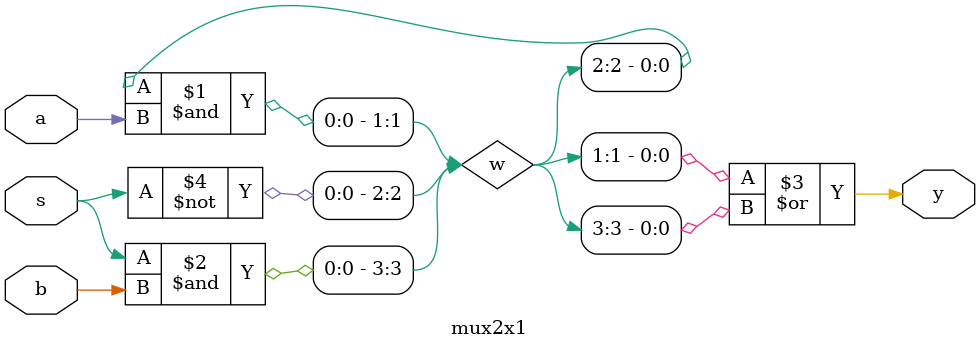
<source format=v>
module mux2x1 (
    y,a,b,s
);
    input a,b,s;
    wire [3:1]w;
    output y;

    and(w[1],w[2],a);
    not(w[2],s);
    and(w[3],s,b);
    or(y,w[1],w[3]); //y=~sa+sb
endmodule
</source>
